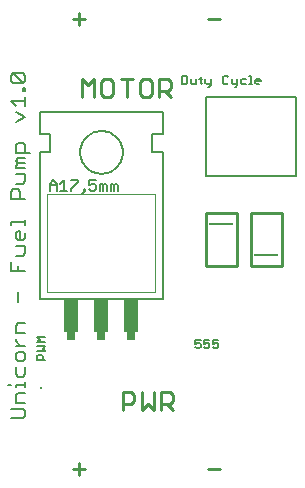
<source format=gto>
G75*
G70*
%OFA0B0*%
%FSLAX24Y24*%
%IPPOS*%
%LPD*%
%AMOC8*
5,1,8,0,0,1.08239X$1,22.5*
%
%ADD10C,0.0110*%
%ADD11C,0.0080*%
%ADD12C,0.0050*%
%ADD13C,0.0020*%
%ADD14R,0.0300X0.0250*%
%ADD15R,0.0500X0.1100*%
%ADD16C,0.0100*%
%ADD17R,0.0827X0.0059*%
%ADD18R,0.0079X0.0079*%
D10*
X002716Y000951D02*
X003110Y000951D01*
X002913Y001148D02*
X002913Y000754D01*
X004366Y002906D02*
X004366Y003496D01*
X004661Y003496D01*
X004760Y003398D01*
X004760Y003201D01*
X004661Y003103D01*
X004366Y003103D01*
X005011Y002906D02*
X005208Y003103D01*
X005404Y002906D01*
X005404Y003496D01*
X005655Y003496D02*
X005655Y002906D01*
X005655Y003103D02*
X005951Y003103D01*
X006049Y003201D01*
X006049Y003398D01*
X005951Y003496D01*
X005655Y003496D01*
X005852Y003103D02*
X006049Y002906D01*
X005011Y002906D02*
X005011Y003496D01*
X007216Y000951D02*
X007610Y000951D01*
X005988Y013356D02*
X005791Y013553D01*
X005890Y013553D02*
X005594Y013553D01*
X005594Y013356D02*
X005594Y013946D01*
X005890Y013946D01*
X005988Y013848D01*
X005988Y013651D01*
X005890Y013553D01*
X005344Y013454D02*
X005344Y013848D01*
X005245Y013946D01*
X005048Y013946D01*
X004950Y013848D01*
X004950Y013454D01*
X005048Y013356D01*
X005245Y013356D01*
X005344Y013454D01*
X004699Y013946D02*
X004305Y013946D01*
X004502Y013946D02*
X004502Y013356D01*
X004054Y013454D02*
X004054Y013848D01*
X003956Y013946D01*
X003759Y013946D01*
X003661Y013848D01*
X003661Y013454D01*
X003759Y013356D01*
X003956Y013356D01*
X004054Y013454D01*
X003410Y013356D02*
X003410Y013946D01*
X003213Y013749D01*
X003016Y013946D01*
X003016Y013356D01*
X002913Y015754D02*
X002913Y016148D01*
X002716Y015951D02*
X003110Y015951D01*
X007216Y015951D02*
X007610Y015951D01*
D11*
X001041Y002641D02*
X000641Y002641D01*
X000641Y002961D02*
X001041Y002961D01*
X001121Y002881D01*
X001121Y002721D01*
X001041Y002641D01*
X001121Y003156D02*
X000801Y003156D01*
X000801Y003397D01*
X000881Y003477D01*
X001121Y003477D01*
X001121Y003672D02*
X001121Y003832D01*
X001121Y003752D02*
X000801Y003752D01*
X000801Y003672D01*
X000641Y003752D02*
X000561Y003752D01*
X000881Y004016D02*
X000801Y004096D01*
X000801Y004336D01*
X000881Y004531D02*
X000801Y004611D01*
X000801Y004772D01*
X000881Y004852D01*
X001041Y004852D01*
X001121Y004772D01*
X001121Y004611D01*
X001041Y004531D01*
X000881Y004531D01*
X001121Y004336D02*
X001121Y004096D01*
X001041Y004016D01*
X000881Y004016D01*
X000801Y005047D02*
X001121Y005047D01*
X000961Y005047D02*
X000801Y005207D01*
X000801Y005287D01*
X000801Y005477D02*
X000801Y005717D01*
X000881Y005797D01*
X001121Y005797D01*
X001121Y005477D02*
X000801Y005477D01*
X000881Y006508D02*
X000881Y006828D01*
X000881Y007539D02*
X000881Y007699D01*
X001121Y007539D02*
X000641Y007539D01*
X000641Y007859D01*
X000801Y008055D02*
X001041Y008055D01*
X001121Y008135D01*
X001121Y008375D01*
X000801Y008375D01*
X000881Y008571D02*
X000801Y008651D01*
X000801Y008811D01*
X000881Y008891D01*
X000961Y008891D01*
X000961Y008571D01*
X001041Y008571D02*
X000881Y008571D01*
X001041Y008571D02*
X001121Y008651D01*
X001121Y008811D01*
X001121Y009086D02*
X001121Y009246D01*
X001121Y009166D02*
X000641Y009166D01*
X000641Y009086D01*
X000641Y009946D02*
X000641Y010186D01*
X000721Y010266D01*
X000881Y010266D01*
X000961Y010186D01*
X000961Y009946D01*
X001121Y009946D02*
X000641Y009946D01*
X000801Y010461D02*
X001041Y010461D01*
X001121Y010541D01*
X001121Y010781D01*
X000801Y010781D01*
X000801Y010977D02*
X000801Y011057D01*
X000881Y011137D01*
X000801Y011217D01*
X000881Y011297D01*
X001121Y011297D01*
X001121Y011137D02*
X000881Y011137D01*
X000801Y010977D02*
X001121Y010977D01*
X001121Y011492D02*
X001121Y011733D01*
X001041Y011813D01*
X000881Y011813D01*
X000801Y011733D01*
X000801Y011492D01*
X001281Y011492D01*
X000801Y012524D02*
X001121Y012684D01*
X000801Y012844D01*
X000801Y013039D02*
X000641Y013199D01*
X001121Y013199D01*
X001121Y013039D02*
X001121Y013360D01*
X001121Y013555D02*
X001041Y013555D01*
X001041Y013635D01*
X001121Y013635D01*
X001121Y013555D01*
X001041Y013813D02*
X000721Y014133D01*
X001041Y014133D01*
X001121Y014053D01*
X001121Y013893D01*
X001041Y013813D01*
X000721Y013813D01*
X000641Y013893D01*
X000641Y014053D01*
X000721Y014133D01*
X007161Y013341D02*
X007161Y010701D01*
X010161Y010701D01*
X010161Y013341D01*
X007161Y013341D01*
D12*
X007212Y013686D02*
X007257Y013686D01*
X007302Y013731D01*
X007302Y013956D01*
X007302Y013776D02*
X007167Y013776D01*
X007122Y013821D01*
X007122Y013956D01*
X007016Y013956D02*
X006926Y013956D01*
X006971Y014001D02*
X006971Y013821D01*
X007016Y013776D01*
X006811Y013776D02*
X006811Y013956D01*
X006631Y013956D02*
X006631Y013821D01*
X006676Y013776D01*
X006811Y013776D01*
X006516Y013821D02*
X006516Y014001D01*
X006471Y014046D01*
X006336Y014046D01*
X006336Y013776D01*
X006471Y013776D01*
X006516Y013821D01*
X005711Y012851D02*
X005711Y012101D01*
X005361Y012101D01*
X005361Y011501D01*
X005711Y011501D01*
X005711Y006601D01*
X001611Y006601D01*
X001611Y011501D01*
X001961Y011501D01*
X001961Y012101D01*
X001611Y012101D01*
X001611Y012851D01*
X005711Y012851D01*
X004141Y010453D02*
X004198Y010396D01*
X004198Y010226D01*
X004085Y010226D02*
X004085Y010396D01*
X004028Y010453D01*
X003971Y010453D01*
X003971Y010226D01*
X003839Y010226D02*
X003839Y010396D01*
X003782Y010453D01*
X003725Y010396D01*
X003725Y010226D01*
X003612Y010226D02*
X003612Y010453D01*
X003669Y010453D01*
X003725Y010396D01*
X003480Y010396D02*
X003480Y010282D01*
X003423Y010226D01*
X003310Y010226D01*
X003253Y010282D01*
X003253Y010396D02*
X003366Y010453D01*
X003423Y010453D01*
X003480Y010396D01*
X003480Y010566D02*
X003253Y010566D01*
X003253Y010396D01*
X003127Y010282D02*
X003127Y010226D01*
X003070Y010226D01*
X003070Y010282D01*
X003127Y010282D01*
X003127Y010226D02*
X003014Y010112D01*
X002654Y010282D02*
X002881Y010509D01*
X002881Y010566D01*
X002654Y010566D01*
X002409Y010566D02*
X002409Y010226D01*
X002522Y010226D02*
X002295Y010226D01*
X002163Y010226D02*
X002163Y010453D01*
X002050Y010566D01*
X001936Y010453D01*
X001936Y010226D01*
X001936Y010396D02*
X002163Y010396D01*
X002295Y010453D02*
X002409Y010566D01*
X002654Y010282D02*
X002654Y010226D01*
X002951Y011501D02*
X002953Y011554D01*
X002959Y011607D01*
X002969Y011659D01*
X002983Y011710D01*
X003000Y011760D01*
X003021Y011809D01*
X003046Y011856D01*
X003074Y011901D01*
X003106Y011944D01*
X003141Y011984D01*
X003178Y012021D01*
X003218Y012056D01*
X003261Y012088D01*
X003306Y012116D01*
X003353Y012141D01*
X003402Y012162D01*
X003452Y012179D01*
X003503Y012193D01*
X003555Y012203D01*
X003608Y012209D01*
X003661Y012211D01*
X003714Y012209D01*
X003767Y012203D01*
X003819Y012193D01*
X003870Y012179D01*
X003920Y012162D01*
X003969Y012141D01*
X004016Y012116D01*
X004061Y012088D01*
X004104Y012056D01*
X004144Y012021D01*
X004181Y011984D01*
X004216Y011944D01*
X004248Y011901D01*
X004276Y011856D01*
X004301Y011809D01*
X004322Y011760D01*
X004339Y011710D01*
X004353Y011659D01*
X004363Y011607D01*
X004369Y011554D01*
X004371Y011501D01*
X004369Y011448D01*
X004363Y011395D01*
X004353Y011343D01*
X004339Y011292D01*
X004322Y011242D01*
X004301Y011193D01*
X004276Y011146D01*
X004248Y011101D01*
X004216Y011058D01*
X004181Y011018D01*
X004144Y010981D01*
X004104Y010946D01*
X004061Y010914D01*
X004016Y010886D01*
X003969Y010861D01*
X003920Y010840D01*
X003870Y010823D01*
X003819Y010809D01*
X003767Y010799D01*
X003714Y010793D01*
X003661Y010791D01*
X003608Y010793D01*
X003555Y010799D01*
X003503Y010809D01*
X003452Y010823D01*
X003402Y010840D01*
X003353Y010861D01*
X003306Y010886D01*
X003261Y010914D01*
X003218Y010946D01*
X003178Y010981D01*
X003141Y011018D01*
X003106Y011058D01*
X003074Y011101D01*
X003046Y011146D01*
X003021Y011193D01*
X003000Y011242D01*
X002983Y011292D01*
X002969Y011343D01*
X002959Y011395D01*
X002953Y011448D01*
X002951Y011501D01*
X004085Y010396D02*
X004141Y010453D01*
X001786Y005345D02*
X001516Y005345D01*
X001606Y005255D01*
X001516Y005165D01*
X001786Y005165D01*
X001786Y005051D02*
X001516Y005051D01*
X001516Y004870D02*
X001786Y004870D01*
X001696Y004960D01*
X001786Y005051D01*
X001651Y004756D02*
X001561Y004756D01*
X001516Y004711D01*
X001516Y004576D01*
X001786Y004576D01*
X001696Y004576D02*
X001696Y004711D01*
X001651Y004756D01*
X006786Y005021D02*
X006831Y004976D01*
X006921Y004976D01*
X006966Y005021D01*
X006966Y005111D01*
X006921Y005156D01*
X006876Y005156D01*
X006786Y005111D01*
X006786Y005246D01*
X006966Y005246D01*
X007081Y005246D02*
X007081Y005111D01*
X007171Y005156D01*
X007216Y005156D01*
X007261Y005111D01*
X007261Y005021D01*
X007216Y004976D01*
X007126Y004976D01*
X007081Y005021D01*
X007081Y005246D02*
X007261Y005246D01*
X007376Y005246D02*
X007376Y005111D01*
X007466Y005156D01*
X007511Y005156D01*
X007556Y005111D01*
X007556Y005021D01*
X007511Y004976D01*
X007421Y004976D01*
X007376Y005021D01*
X007376Y005246D02*
X007556Y005246D01*
X008096Y013686D02*
X008141Y013686D01*
X008186Y013731D01*
X008186Y013956D01*
X008301Y013911D02*
X008301Y013821D01*
X008346Y013776D01*
X008481Y013776D01*
X008595Y013776D02*
X008685Y013776D01*
X008640Y013776D02*
X008640Y014046D01*
X008595Y014046D01*
X008481Y013956D02*
X008346Y013956D01*
X008301Y013911D01*
X008186Y013776D02*
X008051Y013776D01*
X008006Y013821D01*
X008006Y013956D01*
X007891Y014001D02*
X007846Y014046D01*
X007756Y014046D01*
X007711Y014001D01*
X007711Y013821D01*
X007756Y013776D01*
X007846Y013776D01*
X007891Y013821D01*
X008792Y013821D02*
X008792Y013911D01*
X008837Y013956D01*
X008927Y013956D01*
X008972Y013911D01*
X008972Y013866D01*
X008792Y013866D01*
X008792Y013821D02*
X008837Y013776D01*
X008927Y013776D01*
D13*
X005461Y010101D02*
X001861Y010101D01*
X001861Y006851D01*
X005461Y006851D01*
X005461Y010101D01*
D14*
X004661Y005376D03*
X003661Y005376D03*
X002661Y005376D03*
D15*
X002661Y006051D03*
X003661Y006051D03*
X004661Y006051D03*
D16*
X007142Y007719D02*
X007142Y009483D01*
X008181Y009483D01*
X008181Y007719D01*
X007142Y007719D01*
X008642Y007719D02*
X009681Y007719D01*
X009681Y009483D01*
X008642Y009483D01*
X008642Y007719D01*
D17*
X009161Y008079D03*
X007661Y009122D03*
D18*
X001661Y003640D03*
M02*

</source>
